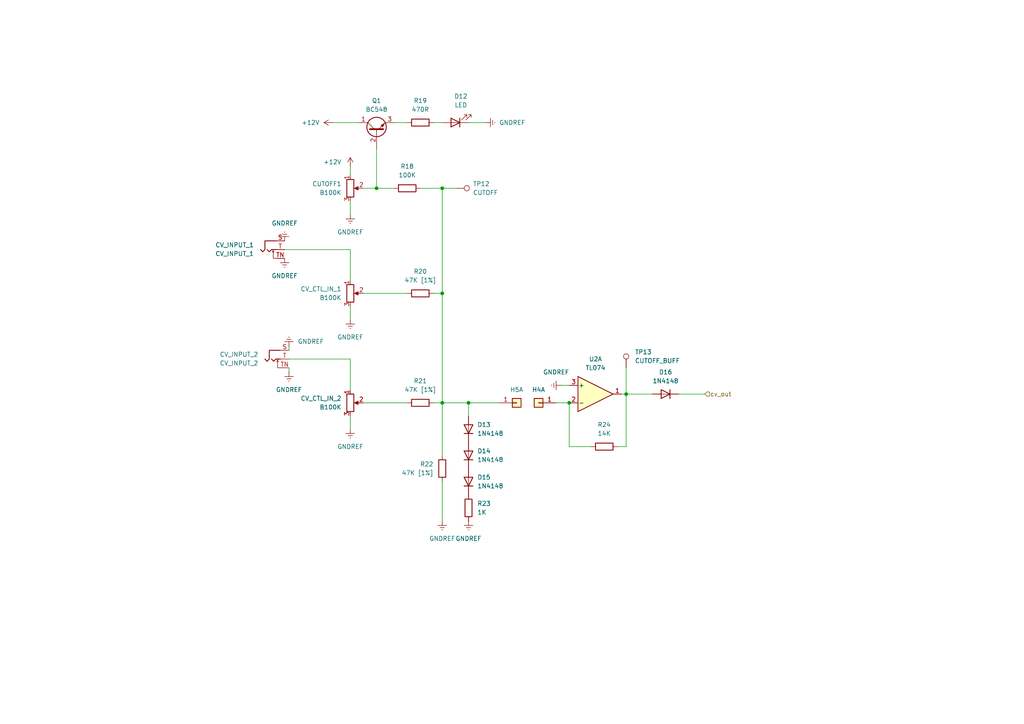
<source format=kicad_sch>
(kicad_sch (version 20231120) (generator "eeschema") (generator_version "8.0")
  (paper "A4")
  (lib_symbols
    (symbol "Amplifier_Operational:TL074" (pin_names (offset 0.127))
      (property "Reference" "U" (at 0 5.08 0))
      (property "Value" "TL074" (at 0 -5.08 0))
      (symbol "TL074_1_1"
        (polyline (pts (xy -5.08 5.08) (xy 5.08 0) (xy -5.08 -5.08) (xy -5.08 5.08)) (stroke (width 0.254)) (fill (type background)))
        (pin output line (at 7.62 0 180) (length 2.54) (name "~") (number "1"))
        (pin input line (at -7.62 -2.54 0) (length 2.54) (name "-") (number "2"))
        (pin input line (at -7.62 2.54 0) (length 2.54) (name "+") (number "3"))
      )
      (symbol "TL074_2_1"
        (polyline (pts (xy -5.08 5.08) (xy 5.08 0) (xy -5.08 -5.08) (xy -5.08 5.08)) (stroke (width 0.254)) (fill (type background)))
        (pin input line (at -7.62 2.54 0) (length 2.54) (name "+") (number "5"))
        (pin input line (at -7.62 -2.54 0) (length 2.54) (name "-") (number "6"))
        (pin output line (at 7.62 0 180) (length 2.54) (name "~") (number "7"))
      )
      (symbol "TL074_3_1"
        (polyline (pts (xy -5.08 5.08) (xy 5.08 0) (xy -5.08 -5.08) (xy -5.08 5.08)) (stroke (width 0.254)) (fill (type background)))
        (pin input line (at -7.62 2.54 0) (length 2.54) (name "+") (number "10"))
        (pin output line (at 7.62 0 180) (length 2.54) (name "~") (number "8"))
        (pin input line (at -7.62 -2.54 0) (length 2.54) (name "-") (number "9"))
      )
      (symbol "TL074_4_1"
        (polyline (pts (xy -5.08 5.08) (xy 5.08 0) (xy -5.08 -5.08) (xy -5.08 5.08)) (stroke (width 0.254)) (fill (type background)))
        (pin input line (at -7.62 2.54 0) (length 2.54) (name "+") (number "12"))
        (pin input line (at -7.62 -2.54 0) (length 2.54) (name "-") (number "13"))
        (pin output line (at 7.62 0 180) (length 2.54) (name "~") (number "14"))
      )
      (symbol "TL074_5_1"
        (pin power_in line (at -2.54 -7.62 90) (length 3.81) (name "V-") (number "11"))
        (pin power_in line (at -2.54 7.62 270) (length 3.81) (name "V+") (number "4"))
      )
    )
    (symbol "Connector:TestPoint" (pin_numbers hide) (pin_names (offset 0.762) hide)
      (property "Reference" "TP" (at 0 6.858 0))
      (property "Value" "TestPoint" (at 0 5.08 0))
      (symbol "TestPoint_0_1"
        (circle (center 0 3.302) (radius 0.762))
      )
      (symbol "TestPoint_1_1"
        (pin passive line (at 0 0 90) (length 2.54) (name "1") (number "1"))
      )
    )
    (symbol "Transistor_BJT:BC548" (pin_names (offset 0) hide)
      (property "Reference" "Q" (at 5.08 1.905 0))
      (property "Value" "BC548" (at 5.08 0 0))
      (symbol "BC548_0_1"
        (polyline (pts (xy 0 0) (xy 0.635 0)))
        (polyline (pts (xy 0.635 0.635) (xy 2.54 2.54)))
        (polyline (pts (xy 0.635 -0.635) (xy 2.54 -2.54) (xy 2.54 -2.54)))
        (polyline (pts (xy 0.635 1.905) (xy 0.635 -1.905) (xy 0.635 -1.905)) (stroke (width 0.508)))
        (polyline (pts (xy 1.27 -1.778) (xy 1.778 -1.27) (xy 2.286 -2.286) (xy 1.27 -1.778) (xy 1.27 -1.778)) (fill (type outline)))
        (circle (center 1.27 0) (radius 2.8194) (stroke (width 0.254)))
      )
      (symbol "BC548_1_1"
        (pin passive line (at 2.54 5.08 270) (length 2.54) (name "C") (number "1"))
        (pin input line (at -5.08 0 0) (length 5.08) (name "B") (number "2"))
        (pin passive line (at 2.54 -5.08 90) (length 2.54) (name "E") (number "3"))
      )
    )
    (symbol "power:+12V" (power) (pin_numbers hide) (pin_names (offset 0) hide)
      (property "Value" "+12V" (at 0 3.556 0))
      (symbol "+12V_0_1"
        (polyline (pts (xy -0.762 1.27) (xy 0 2.54)))
        (polyline (pts (xy 0 0) (xy 0 2.54)))
        (polyline (pts (xy 0 2.54) (xy 0.762 1.27)))
      )
      (symbol "+12V_1_1"
        (pin power_in line (at 0 0 90) (length 0) (name "~") (number "1"))
      )
    )
    (symbol "power:GNDREF" (power) (pin_numbers hide) (pin_names (offset 0) hide)
      (property "Value" "GNDREF" (at 0 -3.81 0))
      (symbol "GNDREF_0_1"
        (polyline (pts (xy -0.635 -1.905) (xy 0.635 -1.905)))
        (polyline (pts (xy -0.127 -2.54) (xy 0.127 -2.54)))
        (polyline (pts (xy 0 -1.27) (xy 0 0)))
        (polyline (pts (xy 1.27 -1.27) (xy -1.27 -1.27)))
      )
      (symbol "GNDREF_1_1"
        (pin power_in line (at 0 0 270) (length 0) (name "~") (number "1"))
      )
    )
    (symbol "synth:AudioJack_Mono_3.5mm"
      (property "Reference" "J" (at 0 8.89 0))
      (property "Value" "AudioJack_Mono_3.5mm" (at 0 6.35 0))
      (symbol "AudioJack_Mono_3.5mm_0_1"
        (polyline (pts (xy 1.778 -0.254) (xy 2.032 -0.762)))
        (polyline (pts (xy 0 0) (xy 0.635 -0.635) (xy 1.27 0) (xy 2.54 0)) (stroke (width 0.254)))
        (polyline (pts (xy 2.54 -2.54) (xy 1.778 -2.54) (xy 1.778 -0.254) (xy 1.524 -0.762)))
        (polyline (pts (xy 2.54 2.54) (xy -0.635 2.54) (xy -0.635 0) (xy -1.27 -0.635) (xy -1.905 0)) (stroke (width 0.254)))
      )
      (symbol "AudioJack_Mono_3.5mm_1_1"
        (pin passive line (at 5.08 2.54 180) (length 2.54) (name "~") (number "S"))
        (pin passive line (at 5.08 0 180) (length 2.54) (name "~") (number "T"))
        (pin passive line (at 5.08 -2.54 180) (length 2.54) (name "~") (number "TN"))
      )
    )
    (symbol "synth:D_Signal (1N4148)" (pin_numbers hide) (pin_names hide)
      (property "Reference" "D" (at 0 2.54 0))
      (property "Value" "1N4148" (at 0 -2.54 0))
      (symbol "D_Signal (1N4148)_0_1"
        (polyline (pts (xy -1.27 1.27) (xy -1.27 -1.27)) (stroke (width 0.254)))
        (polyline (pts (xy 1.27 0) (xy -1.27 0)))
        (polyline (pts (xy 1.27 1.27) (xy 1.27 -1.27) (xy -1.27 0) (xy 1.27 1.27)) (stroke (width 0.254)))
      )
      (symbol "D_Signal (1N4148)_1_1"
        (pin passive line (at -3.81 0 0) (length 2.54) (name "K") (number "1"))
        (pin passive line (at 3.81 0 180) (length 2.54) (name "A") (number "2"))
      )
    )
    (symbol "synth:LED (5mm)" (pin_numbers hide) (pin_names (offset 1.016) hide)
      (property "Reference" "D" (at 0 2.54 0))
      (property "Value" "LED" (at 0 -2.54 0))
      (symbol "LED (5mm)_0_1"
        (polyline (pts (xy -1.27 -1.27) (xy -1.27 1.27)) (stroke (width 0.254)))
        (polyline (pts (xy -1.27 0) (xy 1.27 0)))
        (polyline (pts (xy 1.27 -1.27) (xy 1.27 1.27) (xy -1.27 0) (xy 1.27 -1.27)) (stroke (width 0.254)))
        (polyline (pts (xy -3.048 -0.762) (xy -4.572 -2.286) (xy -3.81 -2.286) (xy -4.572 -2.286) (xy -4.572 -1.524)))
        (polyline (pts (xy -1.778 -0.762) (xy -3.302 -2.286) (xy -2.54 -2.286) (xy -3.302 -2.286) (xy -3.302 -1.524)))
      )
      (symbol "LED (5mm)_1_1"
        (pin passive line (at -3.81 0 0) (length 2.54) (name "K") (number "1"))
        (pin passive line (at 3.81 0 180) (length 2.54) (name "A") (number "2"))
      )
    )
    (symbol "synth:PinHeader_01x04" (pin_names (offset 1.016) hide)
      (property "Reference" "H" (at 0 2.54 0))
      (property "Value" "PinHeader_01x04" (at 0 -2.54 0))
      (symbol "PinHeader_01x04_1_1"
        (rectangle (start -1.27 0.127) (end 0 -0.127) (stroke (width 0.1524)))
        (rectangle (start -1.27 1.27) (end 1.27 -1.27) (stroke (width 0.254)) (fill (type background)))
        (pin passive line (at -5.08 0 0) (length 3.81) (name "Pin_1") (number "1"))
      )
      (symbol "PinHeader_01x04_2_1"
        (rectangle (start -1.27 0.127) (end 0 -0.127) (stroke (width 0.1524)))
        (rectangle (start -1.27 1.27) (end 1.27 -1.27) (stroke (width 0.254)) (fill (type background)))
        (pin passive line (at -5.08 0 0) (length 3.81) (name "Pin_2") (number "2"))
      )
      (symbol "PinHeader_01x04_3_1"
        (rectangle (start -1.27 0.127) (end 0 -0.127) (stroke (width 0.1524)))
        (rectangle (start -1.27 1.27) (end 1.27 -1.27) (stroke (width 0.254)) (fill (type background)))
        (pin passive line (at -5.08 0 0) (length 3.81) (name "Pin_3") (number "3"))
      )
      (symbol "PinHeader_01x04_4_1"
        (rectangle (start -1.27 0.127) (end 0 -0.127) (stroke (width 0.1524)))
        (rectangle (start -1.27 1.27) (end 1.27 -1.27) (stroke (width 0.254)) (fill (type background)))
        (pin passive line (at -5.08 0 0) (length 3.81) (name "Pin_4") (number "4"))
      )
    )
    (symbol "synth:PinSocket_01x04" (pin_names (offset 1.016) hide)
      (property "Reference" "H" (at 0 2.54 0))
      (property "Value" "PinSocket_01x04" (at 0 -2.54 0))
      (symbol "PinSocket_01x04_1_1"
        (rectangle (start -1.27 0.127) (end 0 -0.127) (stroke (width 0.1524)))
        (rectangle (start -1.27 1.27) (end 1.27 -1.27) (stroke (width 0.254)) (fill (type background)))
        (pin passive line (at -5.08 0 0) (length 3.81) (name "Pin_1") (number "1"))
      )
      (symbol "PinSocket_01x04_2_1"
        (rectangle (start -1.27 0.127) (end 0 -0.127) (stroke (width 0.1524)))
        (rectangle (start -1.27 1.27) (end 1.27 -1.27) (stroke (width 0.254)) (fill (type background)))
        (pin passive line (at -5.08 0 0) (length 3.81) (name "Pin_2") (number "2"))
      )
      (symbol "PinSocket_01x04_3_1"
        (rectangle (start -1.27 0.127) (end 0 -0.127) (stroke (width 0.1524)))
        (rectangle (start -1.27 1.27) (end 1.27 -1.27) (stroke (width 0.254)) (fill (type background)))
        (pin passive line (at -5.08 0 0) (length 3.81) (name "Pin_3") (number "3"))
      )
      (symbol "PinSocket_01x04_4_1"
        (rectangle (start -1.27 0.127) (end 0 -0.127) (stroke (width 0.1524)))
        (rectangle (start -1.27 1.27) (end 1.27 -1.27) (stroke (width 0.254)) (fill (type background)))
        (pin passive line (at -5.08 0 0) (length 3.81) (name "Pin_4") (number "4"))
      )
    )
    (symbol "synth:R_Default" (pin_numbers hide) (pin_names (offset 0))
      (property "Reference" "R" (at -2.032 0 90))
      (property "Value" "R1" (at 2.032 0 90))
      (symbol "R_Default_0_1"
        (rectangle (start 1.016 -2.54) (end -1.016 2.54) (stroke (width 0.254)))
      )
      (symbol "R_Default_1_1"
        (pin passive line (at 0 -3.81 90) (length 1.27) (name "~") (number "1"))
        (pin passive line (at 0 3.81 270) (length 1.27) (name "~") (number "2"))
      )
    )
    (symbol "synth:R_Potentiometer (Alpha_9mm)" (pin_names (offset 1.016) hide)
      (property "Reference" "RV" (at -4.826 0 90))
      (property "Value" "R_Potentiometer" (at -2.794 0 90))
      (symbol "R_Potentiometer (Alpha_9mm)_0_1"
        (rectangle (start -1.016 2.54) (end 1.016 -2.54) (stroke (width 0.254)))
        (polyline (pts (xy 2.54 0) (xy 1.524 0)))
        (polyline (pts (xy 1.143 0) (xy 2.286 0.508) (xy 2.286 -0.508) (xy 1.143 0)) (fill (type outline)))
      )
      (symbol "R_Potentiometer (Alpha_9mm)_1_1"
        (pin passive line (at 0 3.81 270) (length 1.27) (name "1") (number "1"))
        (pin passive line (at 3.81 0 180) (length 1.27) (name "2") (number "2"))
        (pin passive line (at 0 -3.81 90) (length 1.27) (name "3") (number "3"))
      )
    )
    (symbol "synth:R_Potentiometer (P0915N)" (pin_names (offset 1.016) hide)
      (property "Reference" "RV" (at -4.445 0 90))
      (property "Value" "R_Potentiometer" (at -2.54 0 90))
      (symbol "R_Potentiometer (P0915N)_0_1"
        (rectangle (start -1.016 2.54) (end 1.016 -2.54) (stroke (width 0.254)))
        (polyline (pts (xy 2.54 0) (xy 1.524 0)))
        (polyline (pts (xy 1.143 0) (xy 2.286 0.508) (xy 2.286 -0.508) (xy 1.143 0)) (fill (type outline)))
      )
      (symbol "R_Potentiometer (P0915N)_1_1"
        (pin passive line (at 0 3.81 270) (length 1.27) (name "1") (number "1"))
        (pin passive line (at 3.81 0 180) (length 1.27) (name "2") (number "2"))
        (pin passive line (at 0 -3.81 90) (length 1.27) (name "3") (number "3"))
      )
    )
  )
  (junction (at 128.27 85.09))
  (junction (at 128.27 116.84))
  (junction (at 181.61 114.3))
  (junction (at 165.1 116.84))
  (junction (at 128.27 54.61))
  (junction (at 109.22 54.61))
  (junction (at 135.89 116.84))
  (wire (pts (xy 114.3 35.56) (xy 118.11 35.56)))
  (wire (pts (xy 83.82 107.95) (xy 83.82 106.68)))
  (wire (pts (xy 140.97 35.56) (xy 135.89 35.56)))
  (wire (pts (xy 128.27 35.56) (xy 125.73 35.56)))
  (wire (pts (xy 101.6 72.39) (xy 101.6 81.28)))
  (wire (pts (xy 204.47 114.3) (xy 196.85 114.3)))
  (wire (pts (xy 125.73 116.84) (xy 128.27 116.84)))
  (wire (pts (xy 135.89 120.65) (xy 135.89 116.84)))
  (wire (pts (xy 171.45 129.54) (xy 165.1 129.54)))
  (wire (pts (xy 121.92 54.61) (xy 128.27 54.61)))
  (wire (pts (xy 105.41 85.09) (xy 118.11 85.09)))
  (wire (pts (xy 128.27 139.7) (xy 128.27 151.13)))
  (wire (pts (xy 105.41 54.61) (xy 109.22 54.61)))
  (wire (pts (xy 180.34 114.3) (xy 181.61 114.3)))
  (wire (pts (xy 135.89 116.84) (xy 128.27 116.84)))
  (wire (pts (xy 105.41 116.84) (xy 118.11 116.84)))
  (wire (pts (xy 101.6 104.14) (xy 101.6 113.03)))
  (wire (pts (xy 128.27 54.61) (xy 132.08 54.61)))
  (wire (pts (xy 101.6 124.46) (xy 101.6 120.65)))
  (wire (pts (xy 125.73 85.09) (xy 128.27 85.09)))
  (wire (pts (xy 101.6 62.23) (xy 101.6 58.42)))
  (wire (pts (xy 165.1 116.84) (xy 161.29 116.84)))
  (wire (pts (xy 101.6 48.26) (xy 101.6 50.8)))
  (wire (pts (xy 189.23 114.3) (xy 181.61 114.3)))
  (wire (pts (xy 109.22 43.18) (xy 109.22 54.61)))
  (wire (pts (xy 83.82 100.33) (xy 83.82 101.6)))
  (wire (pts (xy 128.27 132.08) (xy 128.27 116.84)))
  (wire (pts (xy 109.22 54.61) (xy 114.3 54.61)))
  (wire (pts (xy 128.27 54.61) (xy 128.27 85.09)))
  (wire (pts (xy 162.56 111.76) (xy 165.1 111.76)))
  (wire (pts (xy 82.55 72.39) (xy 101.6 72.39)))
  (wire (pts (xy 144.78 116.84) (xy 135.89 116.84)))
  (wire (pts (xy 128.27 85.09) (xy 128.27 116.84)))
  (wire (pts (xy 96.52 35.56) (xy 104.14 35.56)))
  (wire (pts (xy 181.61 106.68) (xy 181.61 114.3)))
  (wire (pts (xy 181.61 114.3) (xy 181.61 129.54)))
  (wire (pts (xy 101.6 92.71) (xy 101.6 88.9)))
  (wire (pts (xy 83.82 104.14) (xy 101.6 104.14)))
  (wire (pts (xy 181.61 129.54) (xy 179.07 129.54)))
  (wire (pts (xy 165.1 116.84) (xy 165.1 129.54)))
  (hierarchical_label "cv_out" (shape input) (at 204.47 114.3 0))
  (symbol (lib_id "synth:R_Potentiometer (P0915N)") (at 101.6 54.61 0) (unit 1)
    (property "Reference" "CUTOFF1" (at 99.06 53.3399 0) (effects (justify right)))
    (property "Value" "B100K" (at 99.06 55.8799 0) (effects (justify right)))
    (property "Footprint" "Synth:Potentiometer_TT_P0915N" (effects (hide yes)))
    (property "Description" "Potentiometer" (effects (hide yes)))
  )
  (symbol (lib_id "power:GNDREF") (at 101.6 62.23 0) (unit 1)
    (property "Reference" "#PWR041" (effects (hide yes)))
    (property "Value" "GNDREF" (at 101.6 67.31 0))
    (property "Description" "Power symbol creates a global label with name \"GNDREF\" , reference supply ground" (effects (hide yes)))
  )
  (symbol (lib_id "Transistor_BJT:BC548") (at 109.22 38.1 90) (unit 1)
    (property "Reference" "Q1" (at 109.22 29.21 90))
    (property "Value" "BC548" (at 109.22 31.75 90))
    (property "Footprint" "Package_TO_SOT_THT:TO-92_HandSolder" (effects (hide yes)))
    (property "Datasheet" "https://www.onsemi.com/pub/Collateral/BC550-D.pdf" (effects (hide yes)))
    (property "Description" "0.1A Ic, 30V Vce, Small Signal NPN Transistor, TO-92" (effects (hide yes)))
  )
  (symbol (lib_id "power:+12V") (at 96.52 35.56 90) (unit 1)
    (property "Reference" "#PWR039" (effects (hide yes)))
    (property "Value" "+12V" (at 92.71 35.5599 90) (effects (justify left)))
    (property "Description" "Power symbol creates a global label with name \"+12V\"" (effects (hide yes)))
  )
  (symbol (lib_id "synth:R_Potentiometer (Alpha_9mm)") (at 101.6 116.84 0) (unit 1)
    (property "Reference" "CV_CTL_IN_2" (at 99.06 115.5699 0) (effects (justify right)))
    (property "Value" "B100K" (at 99.06 118.1099 0) (effects (justify right)))
    (property "Footprint" "Synth:Potentiometer_Alpha_RD901F-40-00D_Single_Vertical_CircularHoles" (effects (hide yes)))
    (property "Description" "Potentiometer" (effects (hide yes)))
  )
  (symbol (lib_id "power:GNDREF") (at 82.55 74.93 0) (unit 1)
    (property "Reference" "#PWR036" (effects (hide yes)))
    (property "Value" "GNDREF" (at 82.55 80.01 0))
    (property "Description" "Power symbol creates a global label with name \"GNDREF\" , reference supply ground" (effects (hide yes)))
  )
  (symbol (lib_id "power:GNDREF") (at 162.56 111.76 270) (unit 1)
    (property "Reference" "#PWR047" (effects (hide yes)))
    (property "Value" "GNDREF" (at 161.29 107.95 90))
    (property "Description" "Power symbol creates a global label with name \"GNDREF\" , reference supply ground" (effects (hide yes)))
  )
  (symbol (lib_id "synth:PinSocket_01x04") (at 156.21 116.84 180) (unit 1)
    (property "Reference" "H4" (at 156.21 113.03 0))
    (property "Value" "PinSocket_01x04" (effects (hide yes)))
    (property "Footprint" "Synth:PinSocket_1x04_P2.54mm_Vertical" (effects (hide yes)))
    (property "Description" "Generic connector, single row, 01x01, script generated (kicad-library-utils/schlib/autogen/connector/)" (effects (hide yes)))
  )
  (symbol (lib_id "power:GNDREF") (at 83.82 107.95 0) (unit 1)
    (property "Reference" "#PWR038" (effects (hide yes)))
    (property "Value" "GNDREF" (at 83.82 113.03 0))
    (property "Description" "Power symbol creates a global label with name \"GNDREF\" , reference supply ground" (effects (hide yes)))
  )
  (symbol (lib_id "power:GNDREF") (at 101.6 92.71 0) (unit 1)
    (property "Reference" "#PWR042" (effects (hide yes)))
    (property "Value" "GNDREF" (at 101.6 97.79 0))
    (property "Description" "Power symbol creates a global label with name \"GNDREF\" , reference supply ground" (effects (hide yes)))
  )
  (symbol (lib_id "power:+12V") (at 101.6 48.26 0) (unit 1)
    (property "Reference" "#PWR040" (effects (hide yes)))
    (property "Value" "+12V" (at 99.06 46.9899 0) (effects (justify right)))
    (property "Description" "Power symbol creates a global label with name \"+12V\"" (effects (hide yes)))
  )
  (symbol (lib_id "synth:PinHeader_01x04") (at 149.86 116.84 0) (unit 1)
    (property "Reference" "H5" (at 149.86 113.03 0))
    (property "Value" "PinHeader_01x04" (effects (hide yes)))
    (property "Footprint" "Synth:PinHeader_1x04_P2.54mm_Vertical" (effects (hide yes)))
    (property "Description" "Generic connector, single row, 01x01, script generated (kicad-library-utils/schlib/autogen/connector/)" (effects (hide yes)))
  )
  (symbol (lib_id "synth:D_Signal (1N4148)") (at 135.89 124.46 90) (unit 1)
    (property "Reference" "D13" (at 138.43 123.1899 90) (effects (justify right)))
    (property "Value" "1N4148" (at 138.43 125.7299 90) (effects (justify right)))
    (property "Footprint" "Synth:D_DO-35_SOD27_P7.62mm_Horizontal" (effects (hide yes)))
    (property "Datasheet" "https://assets.nexperia.com/documents/data-sheet/1N4148_1N4448.pdf" (effects (hide yes)))
    (property "Description" "100V 0.15A standard switching diode, DO-35" (effects (hide yes)))
    (property "Sim.Device" "D" (effects (hide yes)))
    (property "Sim.Pins" "1=K 2=A" (effects (hide yes)))
  )
  (symbol (lib_id "synth:D_Signal (1N4148)") (at 135.89 132.08 90) (unit 1)
    (property "Reference" "D14" (at 138.43 130.8099 90) (effects (justify right)))
    (property "Value" "1N4148" (at 138.43 133.3499 90) (effects (justify right)))
    (property "Footprint" "Synth:D_DO-35_SOD27_P7.62mm_Horizontal" (effects (hide yes)))
    (property "Datasheet" "https://assets.nexperia.com/documents/data-sheet/1N4148_1N4448.pdf" (effects (hide yes)))
    (property "Description" "100V 0.15A standard switching diode, DO-35" (effects (hide yes)))
    (property "Sim.Device" "D" (effects (hide yes)))
    (property "Sim.Pins" "1=K 2=A" (effects (hide yes)))
  )
  (symbol (lib_id "power:GNDREF") (at 128.27 151.13 0) (unit 1)
    (property "Reference" "#PWR044" (effects (hide yes)))
    (property "Value" "GNDREF" (at 128.27 156.21 0))
    (property "Description" "Power symbol creates a global label with name \"GNDREF\" , reference supply ground" (effects (hide yes)))
  )
  (symbol (lib_id "synth:D_Signal (1N4148)") (at 135.89 139.7 90) (unit 1)
    (property "Reference" "D15" (at 138.43 138.4299 90) (effects (justify right)))
    (property "Value" "1N4148" (at 138.43 140.9699 90) (effects (justify right)))
    (property "Footprint" "Synth:D_DO-35_SOD27_P7.62mm_Horizontal" (effects (hide yes)))
    (property "Datasheet" "https://assets.nexperia.com/documents/data-sheet/1N4148_1N4448.pdf" (effects (hide yes)))
    (property "Description" "100V 0.15A standard switching diode, DO-35" (effects (hide yes)))
    (property "Sim.Device" "D" (effects (hide yes)))
    (property "Sim.Pins" "1=K 2=A" (effects (hide yes)))
  )
  (symbol (lib_id "synth:R_Default") (at 118.11 54.61 90) (unit 1)
    (property "Reference" "R18" (at 118.11 48.26 90))
    (property "Value" "100K" (at 118.11 50.8 90))
    (property "Footprint" "Synth:R_Default (DIN0207)" (effects (hide yes)))
    (property "Description" "Resistor" (effects (hide yes)))
  )
  (symbol (lib_id "synth:R_Default") (at 121.92 116.84 90) (unit 1)
    (property "Reference" "R21" (at 121.92 110.49 90))
    (property "Value" "47K [1%]" (at 121.92 113.03 90))
    (property "Footprint" "Synth:R_Default (DIN0207)" (effects (hide yes)))
    (property "Description" "Resistor" (effects (hide yes)))
  )
  (symbol (lib_id "Amplifier_Operational:TL074") (at 172.72 114.3 0) (unit 1)
    (property "Reference" "U2" (at 172.72 104.14 0))
    (property "Value" "TL074" (at 172.72 106.68 0))
    (property "Footprint" "Package_DIP:DIP-14_W7.62mm_Socket_LongPads" (effects (hide yes)))
    (property "Datasheet" "http://www.ti.com/lit/ds/symlink/tl071.pdf" (effects (hide yes)))
    (property "Description" "Quad Low-Noise JFET-Input Operational Amplifiers, DIP-14/SOIC-14" (effects (hide yes)))
  )
  (symbol (lib_id "synth:R_Default") (at 121.92 35.56 270) (unit 1)
    (property "Reference" "R19" (at 121.92 29.21 90))
    (property "Value" "470R" (at 121.92 31.75 90))
    (property "Footprint" "Synth:R_Default (DIN0207)" (effects (hide yes)))
    (property "Description" "Resistor" (effects (hide yes)))
  )
  (symbol (lib_id "synth:R_Default") (at 135.89 147.32 180) (unit 1)
    (property "Reference" "R23" (at 138.43 146.0499 0) (effects (justify right)))
    (property "Value" "1K" (at 138.43 148.5899 0) (effects (justify right)))
    (property "Footprint" "Synth:R_Default (DIN0207)" (effects (hide yes)))
    (property "Description" "Resistor" (effects (hide yes)))
  )
  (symbol (lib_id "synth:R_Default") (at 128.27 135.89 180) (unit 1)
    (property "Reference" "R22" (at 125.73 134.6199 0) (effects (justify left)))
    (property "Value" "47K [1%]" (at 125.73 137.1599 0) (effects (justify left)))
    (property "Footprint" "Synth:R_Default (DIN0207)" (effects (hide yes)))
    (property "Description" "Resistor" (effects (hide yes)))
  )
  (symbol (lib_id "synth:AudioJack_Mono_3.5mm") (at 78.74 104.14 0) (unit 1)
    (property "Reference" "CV_INPUT_2" (at 74.93 102.8064 0) (effects (justify right)))
    (property "Value" "CV_INPUT_2" (at 74.93 105.3464 0) (effects (justify right)))
    (property "Footprint" "Synth:Jack_3.5mm_QingPu_WQP-PJ398SM_Vertical_CircularHoles" (effects (hide yes)))
    (property "Description" "Audio Jack, 2 Poles (Mono / TS), Switched T Pole (Normalling)" (effects (hide yes)))
  )
  (symbol (lib_id "synth:LED (5mm)") (at 132.08 35.56 180) (unit 1)
    (property "Reference" "D12" (at 133.6675 27.94 0))
    (property "Value" "LED" (at 133.6675 30.48 0))
    (property "Footprint" "Synth:LED_D5.0mm (center Aligned)" (effects (hide yes)))
    (property "Description" "Light emitting diode" (effects (hide yes)))
  )
  (symbol (lib_id "power:GNDREF") (at 135.89 151.13 0) (unit 1)
    (property "Reference" "#PWR045" (effects (hide yes)))
    (property "Value" "GNDREF" (at 135.89 156.21 0))
    (property "Description" "Power symbol creates a global label with name \"GNDREF\" , reference supply ground" (effects (hide yes)))
  )
  (symbol (lib_id "synth:D_Signal (1N4148)") (at 193.04 114.3 180) (unit 1)
    (property "Reference" "D16" (at 193.04 107.95 0))
    (property "Value" "1N4148" (at 193.04 110.49 0))
    (property "Footprint" "Synth:D_DO-35_SOD27_P7.62mm_Horizontal" (effects (hide yes)))
    (property "Datasheet" "https://assets.nexperia.com/documents/data-sheet/1N4148_1N4448.pdf" (effects (hide yes)))
    (property "Description" "100V 0.15A standard switching diode, DO-35" (effects (hide yes)))
    (property "Sim.Device" "D" (effects (hide yes)))
    (property "Sim.Pins" "1=K 2=A" (effects (hide yes)))
  )
  (symbol (lib_id "power:GNDREF") (at 83.82 100.33 180) (unit 1)
    (property "Reference" "#PWR037" (effects (hide yes)))
    (property "Value" "GNDREF" (at 86.36 99.0599 0) (effects (justify right)))
    (property "Description" "Power symbol creates a global label with name \"GNDREF\" , reference supply ground" (effects (hide yes)))
  )
  (symbol (lib_id "synth:AudioJack_Mono_3.5mm") (at 77.47 72.39 0) (unit 1)
    (property "Reference" "CV_INPUT_1" (at 73.66 71.0564 0) (effects (justify right)))
    (property "Value" "CV_INPUT_1" (at 73.66 73.5964 0) (effects (justify right)))
    (property "Footprint" "Synth:Jack_3.5mm_QingPu_WQP-PJ398SM_Vertical_CircularHoles" (effects (hide yes)))
    (property "Description" "Audio Jack, 2 Poles (Mono / TS), Switched T Pole (Normalling)" (effects (hide yes)))
  )
  (symbol (lib_id "power:GNDREF") (at 140.97 35.56 90) (mirror x) (unit 1)
    (property "Reference" "#PWR046" (effects (hide yes)))
    (property "Value" "GNDREF" (at 144.78 35.5599 90) (effects (justify right)))
    (property "Description" "Power symbol creates a global label with name \"GNDREF\" , reference supply ground" (effects (hide yes)))
  )
  (symbol (lib_id "synth:R_Default") (at 121.92 85.09 90) (unit 1)
    (property "Reference" "R20" (at 121.92 78.74 90))
    (property "Value" "47K [1%]" (at 121.92 81.28 90))
    (property "Footprint" "Synth:R_Default (DIN0207)" (effects (hide yes)))
    (property "Description" "Resistor" (effects (hide yes)))
  )
  (symbol (lib_id "Connector:TestPoint") (at 181.61 106.68 0) (unit 1)
    (property "Reference" "TP13" (at 184.15 102.1079 0) (effects (justify left)))
    (property "Value" "CUTOFF_BUFF" (at 184.15 104.6479 0) (effects (justify left)))
    (property "Footprint" "Connector_Pin:Pin_D1.0mm_L10.0mm" (effects (hide yes)))
    (property "Description" "test point" (effects (hide yes)))
  )
  (symbol (lib_id "Connector:TestPoint") (at 132.08 54.61 270) (unit 1)
    (property "Reference" "TP12" (at 137.16 53.3399 90) (effects (justify left)))
    (property "Value" "CUTOFF" (at 137.16 55.8799 90) (effects (justify left)))
    (property "Footprint" "Connector_Pin:Pin_D1.0mm_L10.0mm" (effects (hide yes)))
    (property "Description" "test point" (effects (hide yes)))
  )
  (symbol (lib_id "power:GNDREF") (at 82.55 69.85 180) (unit 1)
    (property "Reference" "#PWR035" (effects (hide yes)))
    (property "Value" "GNDREF" (at 82.55 64.77 0))
    (property "Description" "Power symbol creates a global label with name \"GNDREF\" , reference supply ground" (effects (hide yes)))
  )
  (symbol (lib_id "power:GNDREF") (at 101.6 124.46 0) (unit 1)
    (property "Reference" "#PWR043" (effects (hide yes)))
    (property "Value" "GNDREF" (at 101.6 129.54 0))
    (property "Description" "Power symbol creates a global label with name \"GNDREF\" , reference supply ground" (effects (hide yes)))
  )
  (symbol (lib_id "synth:R_Potentiometer (Alpha_9mm)") (at 101.6 85.09 0) (unit 1)
    (property "Reference" "CV_CTL_IN_1" (at 99.06 83.8199 0) (effects (justify right)))
    (property "Value" "B100K" (at 99.06 86.3599 0) (effects (justify right)))
    (property "Footprint" "Synth:Potentiometer_Alpha_RD901F-40-00D_Single_Vertical_CircularHoles" (effects (hide yes)))
    (property "Description" "Potentiometer" (effects (hide yes)))
  )
  (symbol (lib_id "synth:R_Default") (at 175.26 129.54 90) (unit 1)
    (property "Reference" "R24" (at 175.26 123.19 90))
    (property "Value" "14K" (at 175.26 125.73 90))
    (property "Footprint" "Synth:R_Default (DIN0207)" (effects (hide yes)))
    (property "Description" "Resistor" (effects (hide yes)))
  )
)
</source>
